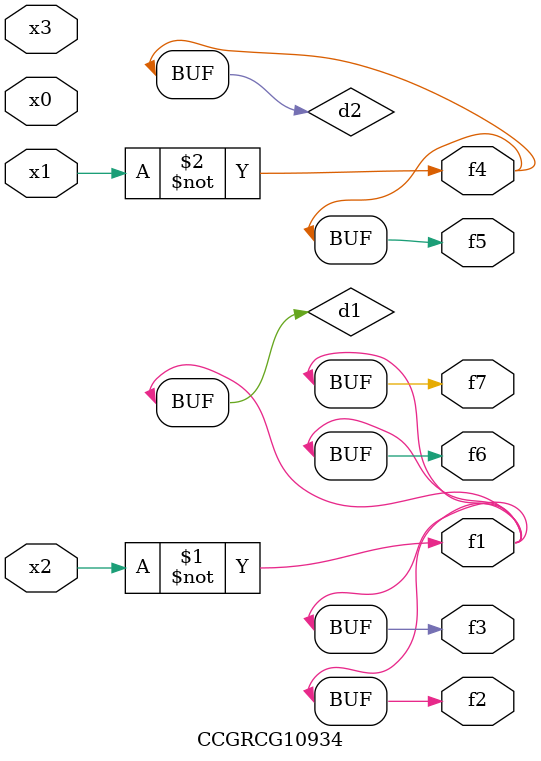
<source format=v>
module CCGRCG10934(
	input x0, x1, x2, x3,
	output f1, f2, f3, f4, f5, f6, f7
);

	wire d1, d2;

	xnor (d1, x2);
	not (d2, x1);
	assign f1 = d1;
	assign f2 = d1;
	assign f3 = d1;
	assign f4 = d2;
	assign f5 = d2;
	assign f6 = d1;
	assign f7 = d1;
endmodule

</source>
